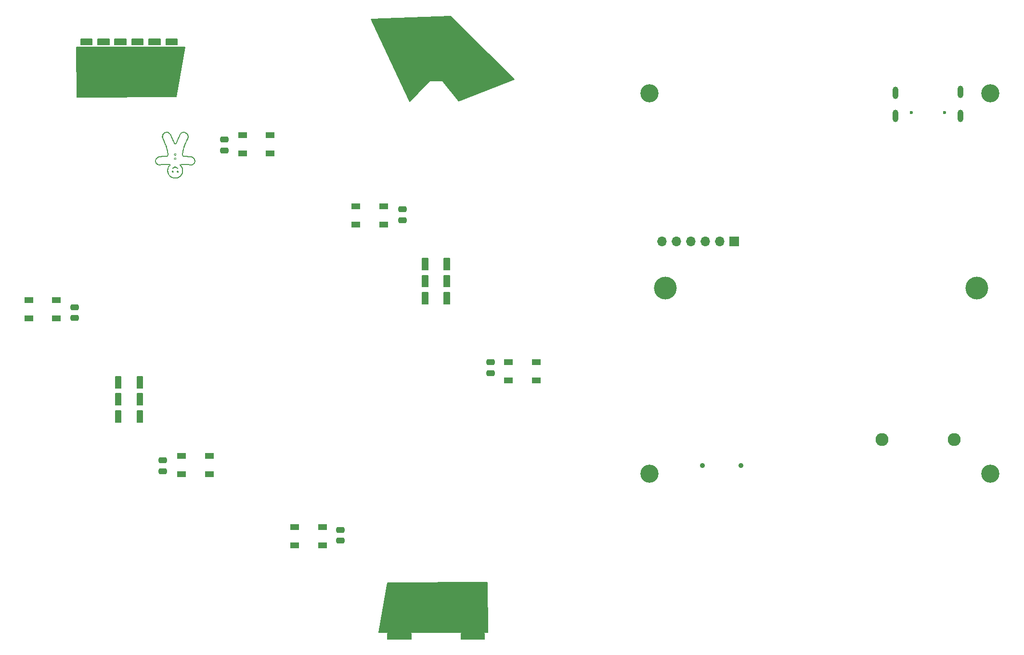
<source format=gbs>
%MOIN*%
%OFA0B0*%
%FSLAX46Y46*%
%IPPOS*%
%LPD*%
%AMRoundRect0*
4,1,4,
-0.078740157480314946,-0.11811023622047247,
-0.15748031496062992,-0.19685039370078744,
-0.23622047244094485,-0.27559055118110243,
-0.31496062992125984,-0.35433070866141742,
-0.078740157480314946,-0.11811023622047247,
0*
1,1,$1,$2,$3*
1,1,$1,$2,$3*
1,1,$1,$2,$3*
1,1,$1,$2,$3*
20,1,$1,$2,$3,$4,$5,-180*
20,1,$1,$2,$3,$4,$5,-180*
20,1,$1,$2,$3,$4,$5,-180*
20,1,$1,$2,$3,$4,$5,-180*%
%AMREC510*
4,1,3,
0.029527559055118106,0.019685039370078747,
-0.029527559055118117,0.019685039370078736,
-0.029527559055118106,-0.019685039370078747,
0.029527559055118117,-0.019685039370078736,
0*%
%AMCOMP520*
4,1,3,
0.018700787401574805,-0.0098425196850393682,
0.0187007874015748,0.0098425196850393734,
-0.018700787401574805,0.0098425196850393682,
-0.0187007874015748,-0.0098425196850393734,
0*
4,1,19,
0.018700787401574805,-0.01968503937007874,
0.015659281551427685,-0.019203312168259386,
0.012915499485310306,-0.017805285377706176,
0.010738021708907999,-0.015627807601303868,
0.0093399949183547888,-0.012884025535186489,
0.0088582677165354329,-0.00984251968503937,
0.0093399949183547871,-0.00680101383489225,
0.010738021708907997,-0.0040572317687748707,
0.012915499485310301,-0.001879753992372564,
0.015659281551427682,-0.0004817272018193531,
0.0187007874015748,0.0000000000000000022901103073449965,
0.021742293251721927,-0.00048172720181935234,
0.0244860753178393,-0.0018797539923725605,
0.026663553094241611,-0.0040572317687748664,
0.02806157988479482,-0.0068010138348922455,
0.028543307086614175,-0.0098425196850393647,
0.02806157988479482,-0.012884025535186484,
0.026663553094241611,-0.015627807601303865,
0.024486075317839306,-0.017805285377706176,
0.021742293251721927,-0.019203312168259386,
0*
4,1,19,
0.018700787401574805,0.0000000000000000022901103073449965,
0.015659281551427682,0.00048172720181935695,
0.012915499485310303,0.0018797539923725661,
0.010738021708907997,0.0040572317687748724,
0.0093399949183547871,0.0068010138348922507,
0.0088582677165354312,0.00984251968503937,
0.0093399949183547853,0.012884025535186494,
0.010738021708907995,0.015627807601303872,
0.0129154994853103,0.017805285377706179,
0.015659281551427682,0.019203312168259389,
0.018700787401574798,0.019685039370078747,
0.021742293251721924,0.019203312168259389,
0.0244860753178393,0.017805285377706179,
0.026663553094241611,0.015627807601303875,
0.02806157988479482,0.012884025535186496,
0.028543307086614175,0.0098425196850393769,
0.02806157988479482,0.006801013834892255,
0.026663553094241611,0.0040572317687748768,
0.024486075317839306,0.0018797539923725687,
0.021742293251721924,0.00048172720181935771,
0*
4,1,19,
-0.018700787401574805,-0.0000000000000000022901103073449965,
-0.021742293251721924,0.00048172720181935234,
-0.0244860753178393,0.0018797539923725616,
-0.026663553094241611,0.0040572317687748672,
-0.02806157988479482,0.0068010138348922463,
-0.028543307086614175,0.0098425196850393665,
-0.02806157988479482,0.012884025535186487,
-0.026663553094241611,0.015627807601303865,
-0.024486075317839306,0.017805285377706176,
-0.021742293251721927,0.019203312168259386,
-0.018700787401574808,0.01968503937007874,
-0.015659281551427682,0.019203312168259386,
-0.012915499485310308,0.017805285377706176,
-0.010738021708907999,0.015627807601303872,
-0.0093399949183547888,0.012884025535186489,
-0.0088582677165354329,0.0098425196850393734,
-0.0093399949183547871,0.0068010138348922507,
-0.010738021708907997,0.0040572317687748724,
-0.012915499485310301,0.001879753992372564,
-0.015659281551427682,0.0004817272018193531,
0*
4,1,19,
-0.0187007874015748,-0.019685039370078747,
-0.02174229325172192,-0.019203312168259389,
-0.0244860753178393,-0.017805285377706179,
-0.026663553094241611,-0.015627807601303872,
-0.02806157988479482,-0.012884025535186496,
-0.028543307086614175,-0.0098425196850393751,
-0.02806157988479482,-0.0068010138348922541,
-0.026663553094241611,-0.004057231768774875,
-0.024486075317839306,-0.0018797539923725687,
-0.021742293251721924,-0.00048172720181935771,
-0.018700787401574805,-0.0000000000000000022901103073449973,
-0.015659281551427682,-0.00048172720181935695,
-0.012915499485310306,-0.001879753992372565,
-0.010738021708907997,-0.0040572317687748707,
-0.0093399949183547871,-0.00680101383489225,
-0.0088582677165354312,-0.00984251968503937,
-0.0093399949183547853,-0.012884025535186491,
-0.010738021708907995,-0.015627807601303872,
-0.0129154994853103,-0.017805285377706179,
-0.015659281551427678,-0.019203312168259389,
0*
4,1,3,
0.028543307086614175,-0.0098425196850393682,
0.0088582677165354329,-0.0098425196850393682,
0.0088582677165354312,0.00984251968503937,
0.028543307086614175,0.0098425196850393734,
0*
4,1,3,
0.0187007874015748,0.019685039370078747,
0.018700787401574805,0.0000000000000000022901103073449965,
-0.018700787401574805,-0.0000000000000000022901103073449965,
-0.018700787401574805,0.01968503937007874,
0*
4,1,3,
-0.028543307086614175,0.0098425196850393682,
-0.0088582677165354329,0.0098425196850393682,
-0.0088582677165354312,-0.00984251968503937,
-0.028543307086614175,-0.0098425196850393734,
0*
4,1,3,
-0.0187007874015748,-0.019685039370078747,
-0.018700787401574805,-0.0000000000000000022901103073449965,
0.018700787401574805,0.0000000000000000022901103073449965,
0.018700787401574805,-0.01968503937007874,
0*%
%AMRoundRect1*
4,1,4,
0.07874015748031496,0.11811023622047245,
0.15748031496062992,0.19685039370078741,
0.23622047244094491,0.27559055118110237,
0.31496062992125984,0.35433070866141736,
0.07874015748031496,0.11811023622047245,
0*
1,1,$1,$2,$3*
1,1,$1,$2,$3*
1,1,$1,$2,$3*
1,1,$1,$2,$3*
20,1,$1,$2,$3,$4,$5,0*
20,1,$1,$2,$3,$4,$5,0*
20,1,$1,$2,$3,$4,$5,0*
20,1,$1,$2,$3,$4,$5,0*%
%AMCOMP620*
4,1,3,
-0.018700787401574805,0.00984251968503937,
-0.018700787401574805,-0.00984251968503937,
0.018700787401574805,-0.00984251968503937,
0.018700787401574805,0.00984251968503937,
0*
4,1,19,
-0.018700787401574805,0.01968503937007874,
-0.015659281551427682,0.019203312168259386,
-0.012915499485310303,0.017805285377706176,
-0.010738021708907997,0.015627807601303872,
-0.0093399949183547871,0.012884025535186491,
-0.0088582677165354329,0.00984251968503937,
-0.0093399949183547871,0.0068010138348922507,
-0.010738021708907997,0.0040572317687748724,
-0.012915499485310301,0.0018797539923725657,
-0.015659281551427682,0.00048172720181935506,
-0.0187007874015748,0,
-0.021742293251721927,0.00048172720181935506,
-0.0244860753178393,0.0018797539923725635,
-0.026663553094241611,0.00405723176877487,
-0.02806157988479482,0.0068010138348922489,
-0.028543307086614175,0.0098425196850393682,
-0.02806157988479482,0.012884025535186489,
-0.026663553094241611,0.015627807601303868,
-0.024486075317839306,0.017805285377706176,
-0.021742293251721924,0.019203312168259386,
0*
4,1,19,
-0.018700787401574805,0,
-0.015659281551427682,-0.00048172720181935506,
-0.012915499485310303,-0.0018797539923725646,
-0.010738021708907997,-0.0040572317687748707,
-0.0093399949183547871,-0.00680101383489225,
-0.0088582677165354329,-0.00984251968503937,
-0.0093399949183547871,-0.012884025535186491,
-0.010738021708907997,-0.015627807601303868,
-0.012915499485310301,-0.017805285377706176,
-0.015659281551427682,-0.019203312168259386,
-0.0187007874015748,-0.01968503937007874,
-0.021742293251721927,-0.019203312168259386,
-0.0244860753178393,-0.017805285377706176,
-0.026663553094241611,-0.015627807601303872,
-0.02806157988479482,-0.012884025535186491,
-0.028543307086614175,-0.0098425196850393734,
-0.02806157988479482,-0.0068010138348922524,
-0.026663553094241611,-0.0040572317687748733,
-0.024486075317839306,-0.0018797539923725657,
-0.021742293251721924,-0.00048172720181935506,
0*
4,1,19,
0.018700787401574805,0,
0.021742293251721924,-0.00048172720181935506,
0.0244860753178393,-0.0018797539923725646,
0.026663553094241611,-0.0040572317687748707,
0.02806157988479482,-0.00680101383489225,
0.028543307086614175,-0.00984251968503937,
0.02806157988479482,-0.012884025535186491,
0.026663553094241611,-0.015627807601303868,
0.024486075317839306,-0.017805285377706176,
0.021742293251721924,-0.019203312168259386,
0.018700787401574805,-0.01968503937007874,
0.015659281551427682,-0.019203312168259386,
0.012915499485310306,-0.017805285377706176,
0.010738021708907997,-0.015627807601303872,
0.0093399949183547871,-0.012884025535186491,
0.0088582677165354329,-0.0098425196850393734,
0.0093399949183547871,-0.0068010138348922524,
0.010738021708907997,-0.0040572317687748733,
0.012915499485310301,-0.0018797539923725657,
0.015659281551427682,-0.00048172720181935506,
0*
4,1,19,
0.018700787401574805,0.01968503937007874,
0.021742293251721924,0.019203312168259386,
0.0244860753178393,0.017805285377706176,
0.026663553094241611,0.015627807601303872,
0.02806157988479482,0.012884025535186491,
0.028543307086614175,0.00984251968503937,
0.02806157988479482,0.0068010138348922507,
0.026663553094241611,0.0040572317687748724,
0.024486075317839306,0.0018797539923725657,
0.021742293251721924,0.00048172720181935506,
0.018700787401574805,0,
0.015659281551427682,0.00048172720181935506,
0.012915499485310306,0.0018797539923725635,
0.010738021708907997,0.00405723176877487,
0.0093399949183547871,0.0068010138348922489,
0.0088582677165354329,0.0098425196850393682,
0.0093399949183547871,0.012884025535186489,
0.010738021708907997,0.015627807601303868,
0.012915499485310301,0.017805285377706176,
0.015659281551427682,0.019203312168259386,
0*
4,1,3,
-0.028543307086614175,0.00984251968503937,
-0.0088582677165354329,0.00984251968503937,
-0.0088582677165354329,-0.00984251968503937,
-0.028543307086614175,-0.00984251968503937,
0*
4,1,3,
-0.018700787401574805,-0.01968503937007874,
-0.018700787401574805,0,
0.018700787401574805,0,
0.018700787401574805,-0.01968503937007874,
0*
4,1,3,
0.028543307086614175,-0.00984251968503937,
0.0088582677165354329,-0.00984251968503937,
0.0088582677165354329,0.00984251968503937,
0.028543307086614175,0.00984251968503937,
0*
4,1,3,
0.018700787401574805,0.01968503937007874,
0.018700787401574805,0,
-0.018700787401574805,0,
-0.018700787401574805,0.01968503937007874,
0*%
%ADD10C,0.12598425196850396*%
%ADD11C,0.035433070866141732*%
%ADD12C,0.023622047244094488*%
%ADD13O,0.03937007874015748X0.086614173228346469*%
%ADD14R,0.066929133858267723X0.066929133858267723*%
%ADD15O,0.066929133858267723X0.066929133858267723*%
%ADD16C,0.090000000000000011*%
%ADD17C,0.15748031496062992*%
%ADD28C,0.005905511811023622*%
%AMCOMP69*
4,1,3,
0.029527559055118106,0.019685039370078747,
-0.029527559055118117,0.019685039370078736,
-0.029527559055118106,-0.019685039370078747,
0.029527559055118117,-0.019685039370078736,
0*%
%ADD29COMP69*%
%AMCOMP70*
4,1,3,
0.018700787401574805,-0.0098425196850393682,
0.0187007874015748,0.0098425196850393734,
-0.018700787401574805,0.0098425196850393682,
-0.0187007874015748,-0.0098425196850393734,
0*
4,1,19,
0.018700787401574805,-0.01968503937007874,
0.015659281551427685,-0.019203312168259386,
0.012915499485310306,-0.017805285377706176,
0.010738021708907999,-0.015627807601303868,
0.0093399949183547888,-0.012884025535186489,
0.0088582677165354329,-0.00984251968503937,
0.0093399949183547871,-0.00680101383489225,
0.010738021708907997,-0.0040572317687748707,
0.012915499485310301,-0.001879753992372564,
0.015659281551427682,-0.0004817272018193531,
0.0187007874015748,0.0000000000000000022901103073449965,
0.021742293251721927,-0.00048172720181935234,
0.0244860753178393,-0.0018797539923725605,
0.026663553094241611,-0.0040572317687748664,
0.02806157988479482,-0.0068010138348922455,
0.028543307086614175,-0.0098425196850393647,
0.02806157988479482,-0.012884025535186484,
0.026663553094241611,-0.015627807601303865,
0.024486075317839306,-0.017805285377706176,
0.021742293251721927,-0.019203312168259386,
0*
4,1,19,
0.018700787401574805,0.0000000000000000022901103073449965,
0.015659281551427682,0.00048172720181935695,
0.012915499485310303,0.0018797539923725661,
0.010738021708907997,0.0040572317687748724,
0.0093399949183547871,0.0068010138348922507,
0.0088582677165354312,0.00984251968503937,
0.0093399949183547853,0.012884025535186494,
0.010738021708907995,0.015627807601303872,
0.0129154994853103,0.017805285377706179,
0.015659281551427682,0.019203312168259389,
0.018700787401574798,0.019685039370078747,
0.021742293251721924,0.019203312168259389,
0.0244860753178393,0.017805285377706179,
0.026663553094241611,0.015627807601303875,
0.02806157988479482,0.012884025535186496,
0.028543307086614175,0.0098425196850393769,
0.02806157988479482,0.006801013834892255,
0.026663553094241611,0.0040572317687748768,
0.024486075317839306,0.0018797539923725687,
0.021742293251721924,0.00048172720181935771,
0*
4,1,19,
-0.018700787401574805,-0.0000000000000000022901103073449965,
-0.021742293251721924,0.00048172720181935234,
-0.0244860753178393,0.0018797539923725616,
-0.026663553094241611,0.0040572317687748672,
-0.02806157988479482,0.0068010138348922463,
-0.028543307086614175,0.0098425196850393665,
-0.02806157988479482,0.012884025535186487,
-0.026663553094241611,0.015627807601303865,
-0.024486075317839306,0.017805285377706176,
-0.021742293251721927,0.019203312168259386,
-0.018700787401574808,0.01968503937007874,
-0.015659281551427682,0.019203312168259386,
-0.012915499485310308,0.017805285377706176,
-0.010738021708907999,0.015627807601303872,
-0.0093399949183547888,0.012884025535186489,
-0.0088582677165354329,0.0098425196850393734,
-0.0093399949183547871,0.0068010138348922507,
-0.010738021708907997,0.0040572317687748724,
-0.012915499485310301,0.001879753992372564,
-0.015659281551427682,0.0004817272018193531,
0*
4,1,19,
-0.0187007874015748,-0.019685039370078747,
-0.02174229325172192,-0.019203312168259389,
-0.0244860753178393,-0.017805285377706179,
-0.026663553094241611,-0.015627807601303872,
-0.02806157988479482,-0.012884025535186496,
-0.028543307086614175,-0.0098425196850393751,
-0.02806157988479482,-0.0068010138348922541,
-0.026663553094241611,-0.004057231768774875,
-0.024486075317839306,-0.0018797539923725687,
-0.021742293251721924,-0.00048172720181935771,
-0.018700787401574805,-0.0000000000000000022901103073449973,
-0.015659281551427682,-0.00048172720181935695,
-0.012915499485310306,-0.001879753992372565,
-0.010738021708907997,-0.0040572317687748707,
-0.0093399949183547871,-0.00680101383489225,
-0.0088582677165354312,-0.00984251968503937,
-0.0093399949183547853,-0.012884025535186491,
-0.010738021708907995,-0.015627807601303872,
-0.0129154994853103,-0.017805285377706179,
-0.015659281551427678,-0.019203312168259389,
0*
4,1,3,
0.028543307086614175,-0.0098425196850393682,
0.0088582677165354329,-0.0098425196850393682,
0.0088582677165354312,0.00984251968503937,
0.028543307086614175,0.0098425196850393734,
0*
4,1,3,
0.0187007874015748,0.019685039370078747,
0.018700787401574805,0.0000000000000000022901103073449965,
-0.018700787401574805,-0.0000000000000000022901103073449965,
-0.018700787401574805,0.01968503937007874,
0*
4,1,3,
-0.028543307086614175,0.0098425196850393682,
-0.0088582677165354329,0.0098425196850393682,
-0.0088582677165354312,-0.00984251968503937,
-0.028543307086614175,-0.0098425196850393734,
0*
4,1,3,
-0.0187007874015748,-0.019685039370078747,
-0.018700787401574805,-0.0000000000000000022901103073449965,
0.018700787401574805,0.0000000000000000022901103073449965,
0.018700787401574805,-0.01968503937007874,
0*%
%ADD30COMP70,0.25X-0.475X0.25X-0.475X-0.25X0.475X-0.25X0.475X0.25X0*%
%ADD31C,0.005905511811023622*%
%ADD32R,0.059055118110236227X0.03937007874015748*%
%AMCOMP77*
4,1,3,
-0.018700787401574805,0.00984251968503937,
-0.018700787401574805,-0.00984251968503937,
0.018700787401574805,-0.00984251968503937,
0.018700787401574805,0.00984251968503937,
0*
4,1,19,
-0.018700787401574805,0.01968503937007874,
-0.015659281551427682,0.019203312168259386,
-0.012915499485310303,0.017805285377706176,
-0.010738021708907997,0.015627807601303872,
-0.0093399949183547871,0.012884025535186491,
-0.0088582677165354329,0.00984251968503937,
-0.0093399949183547871,0.0068010138348922507,
-0.010738021708907997,0.0040572317687748724,
-0.012915499485310301,0.0018797539923725657,
-0.015659281551427682,0.00048172720181935506,
-0.0187007874015748,0,
-0.021742293251721927,0.00048172720181935506,
-0.0244860753178393,0.0018797539923725635,
-0.026663553094241611,0.00405723176877487,
-0.02806157988479482,0.0068010138348922489,
-0.028543307086614175,0.0098425196850393682,
-0.02806157988479482,0.012884025535186489,
-0.026663553094241611,0.015627807601303868,
-0.024486075317839306,0.017805285377706176,
-0.021742293251721924,0.019203312168259386,
0*
4,1,19,
-0.018700787401574805,0,
-0.015659281551427682,-0.00048172720181935506,
-0.012915499485310303,-0.0018797539923725646,
-0.010738021708907997,-0.0040572317687748707,
-0.0093399949183547871,-0.00680101383489225,
-0.0088582677165354329,-0.00984251968503937,
-0.0093399949183547871,-0.012884025535186491,
-0.010738021708907997,-0.015627807601303868,
-0.012915499485310301,-0.017805285377706176,
-0.015659281551427682,-0.019203312168259386,
-0.0187007874015748,-0.01968503937007874,
-0.021742293251721927,-0.019203312168259386,
-0.0244860753178393,-0.017805285377706176,
-0.026663553094241611,-0.015627807601303872,
-0.02806157988479482,-0.012884025535186491,
-0.028543307086614175,-0.0098425196850393734,
-0.02806157988479482,-0.0068010138348922524,
-0.026663553094241611,-0.0040572317687748733,
-0.024486075317839306,-0.0018797539923725657,
-0.021742293251721924,-0.00048172720181935506,
0*
4,1,19,
0.018700787401574805,0,
0.021742293251721924,-0.00048172720181935506,
0.0244860753178393,-0.0018797539923725646,
0.026663553094241611,-0.0040572317687748707,
0.02806157988479482,-0.00680101383489225,
0.028543307086614175,-0.00984251968503937,
0.02806157988479482,-0.012884025535186491,
0.026663553094241611,-0.015627807601303868,
0.024486075317839306,-0.017805285377706176,
0.021742293251721924,-0.019203312168259386,
0.018700787401574805,-0.01968503937007874,
0.015659281551427682,-0.019203312168259386,
0.012915499485310306,-0.017805285377706176,
0.010738021708907997,-0.015627807601303872,
0.0093399949183547871,-0.012884025535186491,
0.0088582677165354329,-0.0098425196850393734,
0.0093399949183547871,-0.0068010138348922524,
0.010738021708907997,-0.0040572317687748733,
0.012915499485310301,-0.0018797539923725657,
0.015659281551427682,-0.00048172720181935506,
0*
4,1,19,
0.018700787401574805,0.01968503937007874,
0.021742293251721924,0.019203312168259386,
0.0244860753178393,0.017805285377706176,
0.026663553094241611,0.015627807601303872,
0.02806157988479482,0.012884025535186491,
0.028543307086614175,0.00984251968503937,
0.02806157988479482,0.0068010138348922507,
0.026663553094241611,0.0040572317687748724,
0.024486075317839306,0.0018797539923725657,
0.021742293251721924,0.00048172720181935506,
0.018700787401574805,0,
0.015659281551427682,0.00048172720181935506,
0.012915499485310306,0.0018797539923725635,
0.010738021708907997,0.00405723176877487,
0.0093399949183547871,0.0068010138348922489,
0.0088582677165354329,0.0098425196850393682,
0.0093399949183547871,0.012884025535186489,
0.010738021708907997,0.015627807601303868,
0.012915499485310301,0.017805285377706176,
0.015659281551427682,0.019203312168259386,
0*
4,1,3,
-0.028543307086614175,0.00984251968503937,
-0.0088582677165354329,0.00984251968503937,
-0.0088582677165354329,-0.00984251968503937,
-0.028543307086614175,-0.00984251968503937,
0*
4,1,3,
-0.018700787401574805,-0.01968503937007874,
-0.018700787401574805,0,
0.018700787401574805,0,
0.018700787401574805,-0.01968503937007874,
0*
4,1,3,
0.028543307086614175,-0.00984251968503937,
0.0088582677165354329,-0.00984251968503937,
0.0088582677165354329,0.00984251968503937,
0.028543307086614175,0.00984251968503937,
0*
4,1,3,
0.018700787401574805,0.01968503937007874,
0.018700787401574805,0,
-0.018700787401574805,0,
-0.018700787401574805,0.01968503937007874,
0*%
%ADD33COMP77,0.25X-0.475X0.25X-0.475X-0.25X0.475X-0.25X0.475X0.25X0*%
G01*
D10*
X0002874015Y-0002637795D02*
X0007795275Y0004251968D03*
D11*
X0005799212Y0001669291D03*
X0006066929Y0001669291D03*
D10*
X0005433070Y0004251968D03*
D12*
X0007248425Y0004116141D03*
X0007475984Y0004116141D03*
D13*
X0007136811Y0004253228D03*
X0007137204Y0004093082D03*
X0007587888Y0004093082D03*
X0007587204Y0004261417D03*
D10*
X0005433070Y0001614173D03*
D14*
X0006019685Y0003224409D03*
D15*
X0005919685Y0003224409D03*
X0005819685Y0003224409D03*
X0005719685Y0003224409D03*
X0005619685Y0003224409D03*
X0005519685Y0003224409D03*
D10*
X0007795275Y0001614173D03*
D16*
X0007042519Y0001851968D03*
X0007542519Y0001851968D03*
D17*
X0005542519Y0002901968D03*
X0007700000Y0002901968D03*
G04 next file*
G04 Gerber Fmt 4.6, Leading zero omitted, Abs format (unit mm)*
G04 Created by KiCad (PCBNEW (6.0.7)) date 2022-11-21 20:09:17*
G01*
G04 APERTURE LIST*
G04 Aperture macros list*
G04 Aperture macros list end*
G04 APERTURE END LIST*
D28*
G36*
X0001736220Y0002287401D02*
G01*
X0001775590Y0002287401D01*
X0001775590Y0002208661D01*
X0001736220Y0002208661D01*
X0001736220Y0002287401D01*
G37*
X0001736220Y0002287401D02*
X0001775590Y0002287401D01*
X0001775590Y0002208661D01*
X0001736220Y0002208661D01*
X0001736220Y0002287401D01*
G36*
X0001732283Y0004625984D02*
G01*
X0001811023Y0004625984D01*
X0001811023Y0004586614D01*
X0001732283Y0004586614D01*
X0001732283Y0004625984D01*
G37*
X0001732283Y0004625984D02*
X0001811023Y0004625984D01*
X0001811023Y0004586614D01*
X0001732283Y0004586614D01*
X0001732283Y0004625984D01*
G36*
X0001496062Y0004625984D02*
G01*
X0001574803Y0004625984D01*
X0001574803Y0004586614D01*
X0001496062Y0004586614D01*
X0001496062Y0004625984D01*
G37*
X0001496062Y0004625984D02*
X0001574803Y0004625984D01*
X0001574803Y0004586614D01*
X0001496062Y0004586614D01*
X0001496062Y0004625984D01*
G36*
X0001736220Y0002051181D02*
G01*
X0001775590Y0002051181D01*
X0001775590Y0001972440D01*
X0001736220Y0001972440D01*
X0001736220Y0002051181D01*
G37*
X0001736220Y0002051181D02*
X0001775590Y0002051181D01*
X0001775590Y0001972440D01*
X0001736220Y0001972440D01*
X0001736220Y0002051181D01*
G36*
X0001736220Y0002169291D02*
G01*
X0001775590Y0002169291D01*
X0001775590Y0002090551D01*
X0001736220Y0002090551D01*
X0001736220Y0002169291D01*
G37*
X0001736220Y0002169291D02*
X0001775590Y0002169291D01*
X0001775590Y0002090551D01*
X0001736220Y0002090551D01*
X0001736220Y0002169291D01*
G36*
X0001885826Y0002169291D02*
G01*
X0001925196Y0002169291D01*
X0001925196Y0002090551D01*
X0001885826Y0002090551D01*
X0001885826Y0002169291D01*
G37*
X0001885826Y0002169291D02*
X0001925196Y0002169291D01*
X0001925196Y0002090551D01*
X0001885826Y0002090551D01*
X0001885826Y0002169291D01*
G36*
X0001850393Y0004625984D02*
G01*
X0001929133Y0004625984D01*
X0001929133Y0004586614D01*
X0001850393Y0004586614D01*
X0001850393Y0004625984D01*
G37*
X0001850393Y0004625984D02*
X0001929133Y0004625984D01*
X0001929133Y0004586614D01*
X0001850393Y0004586614D01*
X0001850393Y0004625984D01*
G36*
X0001465931Y0004570507D02*
G01*
X0002218041Y0004570462D01*
X0002158986Y0004227942D01*
X0001470049Y0004224402D01*
X0001465931Y0004570507D01*
G37*
X0001465931Y0004570507D02*
X0002218041Y0004570462D01*
X0002158986Y0004227942D01*
X0001470049Y0004224402D01*
X0001465931Y0004570507D01*
G36*
X0002086614Y0004625984D02*
G01*
X0002165354Y0004625984D01*
X0002165354Y0004586614D01*
X0002086614Y0004586614D01*
X0002086614Y0004625984D01*
G37*
X0002086614Y0004625984D02*
X0002165354Y0004625984D01*
X0002165354Y0004586614D01*
X0002086614Y0004586614D01*
X0002086614Y0004625984D01*
G36*
X0001885826Y0002051181D02*
G01*
X0001925196Y0002051181D01*
X0001925196Y0001972440D01*
X0001885826Y0001972440D01*
X0001885826Y0002051181D01*
G37*
X0001885826Y0002051181D02*
X0001925196Y0002051181D01*
X0001925196Y0001972440D01*
X0001885826Y0001972440D01*
X0001885826Y0002051181D01*
G36*
X0001968503Y0004625984D02*
G01*
X0002047244Y0004625984D01*
X0002047244Y0004586614D01*
X0001968503Y0004586614D01*
X0001968503Y0004625984D01*
G37*
X0001968503Y0004625984D02*
X0002047244Y0004625984D01*
X0002047244Y0004586614D01*
X0001968503Y0004586614D01*
X0001968503Y0004625984D01*
G36*
X0001885826Y0002287401D02*
G01*
X0001925196Y0002287401D01*
X0001925196Y0002208661D01*
X0001885826Y0002208661D01*
X0001885826Y0002287401D01*
G37*
X0001885826Y0002287401D02*
X0001925196Y0002287401D01*
X0001925196Y0002208661D01*
X0001885826Y0002208661D01*
X0001885826Y0002287401D01*
G36*
X0001614173Y0004625984D02*
G01*
X0001692913Y0004625984D01*
X0001692913Y0004586614D01*
X0001614173Y0004586614D01*
X0001614173Y0004625984D01*
G37*
X0001614173Y0004625984D02*
X0001692913Y0004625984D01*
X0001692913Y0004586614D01*
X0001614173Y0004586614D01*
X0001614173Y0004625984D01*
G36*
X0002130976Y0003701749D02*
G01*
X0002129366Y0003702426D01*
X0002129231Y0003702520D01*
X0002127630Y0003703939D01*
X0002126685Y0003705562D01*
X0002126269Y0003707596D01*
X0002126246Y0003708043D01*
X0002126540Y0003710211D01*
X0002127447Y0003712119D01*
X0002128869Y0003713614D01*
X0002130708Y0003714541D01*
X0002131958Y0003714826D01*
X0002133673Y0003714808D01*
X0002135478Y0003714207D01*
X0002136663Y0003713519D01*
X0002138145Y0003712038D01*
X0002139078Y0003710233D01*
X0002139442Y0003708259D01*
X0002139218Y0003706269D01*
X0002138385Y0003704419D01*
X0002136925Y0003702863D01*
X0002136628Y0003702653D01*
X0002134882Y0003701879D01*
X0002132906Y0003701572D01*
X0002130976Y0003701749D01*
G37*
G36*
X0002143572Y0003831468D02*
G01*
X0002145112Y0003833329D01*
X0002147244Y0003834815D01*
X0002147261Y0003834823D01*
X0002148605Y0003835233D01*
X0002150346Y0003835409D01*
X0002152134Y0003835340D01*
X0002153616Y0003835015D01*
X0002153904Y0003834886D01*
X0002154978Y0003834218D01*
X0002156052Y0003833341D01*
X0002157323Y0003831860D01*
X0002158408Y0003829678D01*
X0002158726Y0003827869D01*
X0002153788Y0003827869D01*
X0002153273Y0003829157D01*
X0002152179Y0003830110D01*
X0002151136Y0003830563D01*
X0002150191Y0003830636D01*
X0002149212Y0003830233D01*
X0002148690Y0003829890D01*
X0002147755Y0003828771D01*
X0002147453Y0003827245D01*
X0002147461Y0003826975D01*
X0002147884Y0003825594D01*
X0002148812Y0003824611D01*
X0002150053Y0003824111D01*
X0002151417Y0003824180D01*
X0002152712Y0003824901D01*
X0002152987Y0003825178D01*
X0002153700Y0003826469D01*
X0002153788Y0003827869D01*
X0002158726Y0003827869D01*
X0002158815Y0003827365D01*
X0002158545Y0003825055D01*
X0002157599Y0003822883D01*
X0002155978Y0003820982D01*
X0002155811Y0003820840D01*
X0002153704Y0003819546D01*
X0002151426Y0003818971D01*
X0002149102Y0003819110D01*
X0002146856Y0003819958D01*
X0002144812Y0003821507D01*
X0002143783Y0003822736D01*
X0002142730Y0003824864D01*
X0002142358Y0003827112D01*
X0002142375Y0003827245D01*
X0002142646Y0003829354D01*
X0002143572Y0003831468D01*
G37*
G36*
X0002166678Y0003700914D02*
G01*
X0002164621Y0003701718D01*
X0002164019Y0003702116D01*
X0002162507Y0003703666D01*
X0002161562Y0003705568D01*
X0002161251Y0003707645D01*
X0002161639Y0003709718D01*
X0002161640Y0003709722D01*
X0002162524Y0003711237D01*
X0002163863Y0003712640D01*
X0002165354Y0003713615D01*
X0002166002Y0003713862D01*
X0002168044Y0003714145D01*
X0002170027Y0003713772D01*
X0002171813Y0003712834D01*
X0002173263Y0003711422D01*
X0002174238Y0003709626D01*
X0002174599Y0003707539D01*
X0002174424Y0003705924D01*
X0002173641Y0003703967D01*
X0002172346Y0003702414D01*
X0002170669Y0003701337D01*
X0002168736Y0003700812D01*
X0002166678Y0003700914D01*
G37*
G36*
X0002011506Y0003786569D02*
G01*
X0002012597Y0003791196D01*
X0002014366Y0003795612D01*
X0002016759Y0003799749D01*
X0002019720Y0003803536D01*
X0002023194Y0003806903D01*
X0002027126Y0003809782D01*
X0002031461Y0003812102D01*
X0002036143Y0003813794D01*
X0002036401Y0003813865D01*
X0002037001Y0003814013D01*
X0002037682Y0003814154D01*
X0002038495Y0003814291D01*
X0002039490Y0003814430D01*
X0002040717Y0003814574D01*
X0002042226Y0003814729D01*
X0002044068Y0003814897D01*
X0002046294Y0003815083D01*
X0002048952Y0003815293D01*
X0002052095Y0003815529D01*
X0002055771Y0003815797D01*
X0002060032Y0003816100D01*
X0002064927Y0003816443D01*
X0002070508Y0003816830D01*
X0002076824Y0003817265D01*
X0002078960Y0003817412D01*
X0002082714Y0003817675D01*
X0002085793Y0003817906D01*
X0002088271Y0003818119D01*
X0002090223Y0003818330D01*
X0002091722Y0003818552D01*
X0002092843Y0003818802D01*
X0002093660Y0003819092D01*
X0002094246Y0003819440D01*
X0002094677Y0003819858D01*
X0002095025Y0003820363D01*
X0002095365Y0003820968D01*
X0002095448Y0003821127D01*
X0002095676Y0003821709D01*
X0002095840Y0003822469D01*
X0002095949Y0003823528D01*
X0002096014Y0003825009D01*
X0002096043Y0003827034D01*
X0002096047Y0003829724D01*
X0002096019Y0003831949D01*
X0002095850Y0003835745D01*
X0002095511Y0003839517D01*
X0002094980Y0003843390D01*
X0002094235Y0003847489D01*
X0002093256Y0003851940D01*
X0002092021Y0003856869D01*
X0002090509Y0003862401D01*
X0002089330Y0003866415D01*
X0002087887Y0003871033D01*
X0002086249Y0003876042D01*
X0002084451Y0003881348D01*
X0002082528Y0003886855D01*
X0002080517Y0003892467D01*
X0002078452Y0003898089D01*
X0002076369Y0003903626D01*
X0002074303Y0003908983D01*
X0002072290Y0003914063D01*
X0002070366Y0003918772D01*
X0002068565Y0003923015D01*
X0002066924Y0003926695D01*
X0002065478Y0003929717D01*
X0002064266Y0003932167D01*
X0002062550Y0003935847D01*
X0002061212Y0003939065D01*
X0002060219Y0003941947D01*
X0002059534Y0003944613D01*
X0002059123Y0003947189D01*
X0002058951Y0003949796D01*
X0002058982Y0003952559D01*
X0002059281Y0003956278D01*
X0002059899Y0003959635D01*
X0002060903Y0003962803D01*
X0002062365Y0003966068D01*
X0002064597Y0003969889D01*
X0002067725Y0003973851D01*
X0002071376Y0003977243D01*
X0002075506Y0003980031D01*
X0002080074Y0003982183D01*
X0002085039Y0003983666D01*
X0002086524Y0003983933D01*
X0002089776Y0003984214D01*
X0002093295Y0003984196D01*
X0002096783Y0003983886D01*
X0002099939Y0003983292D01*
X0002102408Y0003982558D01*
X0002106850Y0003980673D01*
X0002110984Y0003978186D01*
X0002114703Y0003975177D01*
X0002117900Y0003971726D01*
X0002120469Y0003967913D01*
X0002120584Y0003967694D01*
X0002121073Y0003966685D01*
X0002121840Y0003965039D01*
X0002122861Y0003962816D01*
X0002124108Y0003960074D01*
X0002125554Y0003956874D01*
X0002127172Y0003953273D01*
X0002128937Y0003949331D01*
X0002130821Y0003945107D01*
X0002132797Y0003940661D01*
X0002134840Y0003936052D01*
X0002135772Y0003933944D01*
X0002137769Y0003929436D01*
X0002139675Y0003925137D01*
X0002141467Y0003921101D01*
X0002143119Y0003917387D01*
X0002144604Y0003914052D01*
X0002145899Y0003911152D01*
X0002146977Y0003908745D01*
X0002147813Y0003906887D01*
X0002148381Y0003905636D01*
X0002148657Y0003905048D01*
X0002149214Y0003904115D01*
X0002149828Y0003903652D01*
X0002150734Y0003903543D01*
X0002151790Y0003903720D01*
X0002152647Y0003904232D01*
X0002152782Y0003904466D01*
X0002153235Y0003905378D01*
X0002153967Y0003906920D01*
X0002154954Y0003909037D01*
X0002156171Y0003911675D01*
X0002157594Y0003914780D01*
X0002159197Y0003918299D01*
X0002160957Y0003922178D01*
X0002162848Y0003926362D01*
X0002164846Y0003930798D01*
X0002166927Y0003935433D01*
X0002168218Y0003938310D01*
X0002170283Y0003942898D01*
X0002172266Y0003947286D01*
X0002174141Y0003951417D01*
X0002175881Y0003955232D01*
X0002177459Y0003958674D01*
X0002178850Y0003961686D01*
X0002180026Y0003964209D01*
X0002180961Y0003966187D01*
X0002181628Y0003967560D01*
X0002182002Y0003968272D01*
X0002182716Y0003969363D01*
X0002184471Y0003971613D01*
X0002186571Y0003973916D01*
X0002188797Y0003976039D01*
X0002190934Y0003977752D01*
X0002193733Y0003979546D01*
X0002198130Y0003981676D01*
X0002202629Y0003983099D01*
X0002207171Y0003983846D01*
X0002211696Y0003983948D01*
X0002216144Y0003983435D01*
X0002220455Y0003982337D01*
X0002224569Y0003980686D01*
X0002228426Y0003978510D01*
X0002231967Y0003975842D01*
X0002235131Y0003972711D01*
X0002237859Y0003969148D01*
X0002240090Y0003965182D01*
X0002241766Y0003960846D01*
X0002242825Y0003956168D01*
X0002243208Y0003951181D01*
X0002243205Y0003950359D01*
X0002243049Y0003947247D01*
X0002242618Y0003944349D01*
X0002241860Y0003941454D01*
X0002240725Y0003938355D01*
X0002239160Y0003934842D01*
X0002236023Y0003928112D01*
X0002231739Y0003918525D01*
X0002227687Y0003908982D01*
X0002223889Y0003899552D01*
X0002220370Y0003890301D01*
X0002217154Y0003881296D01*
X0002214264Y0003872605D01*
X0002211723Y0003864295D01*
X0002209557Y0003856433D01*
X0002207788Y0003849087D01*
X0002206441Y0003842322D01*
X0002206334Y0003841674D01*
X0002206021Y0003839265D01*
X0002205776Y0003836561D01*
X0002205599Y0003833697D01*
X0002205493Y0003830809D01*
X0002205460Y0003828030D01*
X0002205503Y0003825495D01*
X0002205622Y0003823340D01*
X0002205821Y0003821698D01*
X0002206102Y0003820704D01*
X0002206113Y0003820682D01*
X0002206362Y0003820188D01*
X0002206601Y0003819761D01*
X0002206888Y0003819391D01*
X0002207279Y0003819069D01*
X0002207831Y0003818787D01*
X0002208601Y0003818535D01*
X0002209645Y0003818303D01*
X0002211021Y0003818084D01*
X0002212784Y0003817867D01*
X0002214992Y0003817644D01*
X0002217702Y0003817406D01*
X0002220969Y0003817143D01*
X0002224851Y0003816846D01*
X0002229405Y0003816507D01*
X0002234687Y0003816116D01*
X0002235717Y0003816039D01*
X0002241182Y0003815630D01*
X0002245934Y0003815263D01*
X0002250035Y0003814933D01*
X0002253547Y0003814632D01*
X0002256531Y0003814351D01*
X0002259051Y0003814085D01*
X0002261167Y0003813824D01*
X0002262941Y0003813562D01*
X0002264436Y0003813291D01*
X0002265714Y0003813003D01*
X0002266835Y0003812692D01*
X0002267863Y0003812349D01*
X0002268859Y0003811967D01*
X0002272807Y0003810013D01*
X0002276724Y0003807327D01*
X0002280312Y0003804100D01*
X0002283458Y0003800449D01*
X0002286047Y0003796491D01*
X0002287966Y0003792342D01*
X0002288456Y0003790916D01*
X0002289606Y0003786104D01*
X0002289969Y0003781515D01*
X0002283267Y0003781515D01*
X0002283148Y0003783575D01*
X0002282457Y0003787191D01*
X0002281224Y0003790831D01*
X0002279537Y0003794260D01*
X0002277480Y0003797244D01*
X0002276556Y0003798308D01*
X0002273402Y0003801289D01*
X0002269877Y0003803771D01*
X0002266132Y0003805660D01*
X0002262317Y0003806861D01*
X0002262209Y0003806883D01*
X0002261166Y0003807033D01*
X0002259421Y0003807230D01*
X0002257044Y0003807467D01*
X0002254107Y0003807740D01*
X0002250678Y0003808040D01*
X0002246829Y0003808363D01*
X0002242630Y0003808703D01*
X0002238151Y0003809051D01*
X0002233464Y0003809404D01*
X0002228926Y0003809742D01*
X0002223952Y0003810121D01*
X0002219685Y0003810457D01*
X0002216082Y0003810755D01*
X0002213100Y0003811018D01*
X0002210694Y0003811250D01*
X0002208821Y0003811456D01*
X0002207439Y0003811640D01*
X0002206502Y0003811805D01*
X0002205969Y0003811955D01*
X0002205524Y0003812150D01*
X0002203230Y0003813527D01*
X0002201432Y0003815358D01*
X0002200091Y0003817707D01*
X0002199169Y0003820637D01*
X0002198629Y0003824212D01*
X0002198613Y0003824384D01*
X0002198443Y0003829099D01*
X0002198701Y0003834434D01*
X0002199377Y0003840353D01*
X0002200460Y0003846824D01*
X0002201940Y0003853812D01*
X0002203807Y0003861283D01*
X0002206052Y0003869204D01*
X0002208663Y0003877541D01*
X0002211632Y0003886260D01*
X0002214947Y0003895326D01*
X0002218599Y0003904707D01*
X0002222578Y0003914367D01*
X0002226873Y0003924274D01*
X0002231475Y0003934394D01*
X0002231576Y0003934612D01*
X0002233059Y0003937855D01*
X0002234216Y0003940538D01*
X0002235082Y0003942791D01*
X0002235694Y0003944744D01*
X0002236087Y0003946527D01*
X0002236296Y0003948272D01*
X0002236357Y0003950108D01*
X0002236304Y0003952165D01*
X0002236113Y0003954543D01*
X0002235259Y0003958801D01*
X0002233736Y0003962691D01*
X0002231507Y0003966292D01*
X0002228537Y0003969685D01*
X0002228333Y0003969885D01*
X0002225392Y0003972398D01*
X0002222252Y0003974341D01*
X0002218635Y0003975887D01*
X0002217919Y0003976134D01*
X0002216749Y0003976482D01*
X0002215596Y0003976709D01*
X0002214261Y0003976843D01*
X0002212541Y0003976907D01*
X0002210236Y0003976927D01*
X0002208683Y0003976925D01*
X0002206796Y0003976890D01*
X0002205367Y0003976794D01*
X0002204198Y0003976613D01*
X0002203087Y0003976323D01*
X0002201836Y0003975898D01*
X0002200163Y0003975232D01*
X0002198278Y0003974372D01*
X0002196718Y0003973551D01*
X0002195478Y0003972721D01*
X0002193658Y0003971247D01*
X0002191774Y0003969495D01*
X0002190006Y0003967646D01*
X0002188533Y0003965877D01*
X0002187534Y0003964369D01*
X0002187433Y0003964168D01*
X0002186980Y0003963215D01*
X0002186242Y0003961625D01*
X0002185248Y0003959459D01*
X0002184021Y0003956773D01*
X0002182590Y0003953625D01*
X0002180980Y0003950075D01*
X0002179218Y0003946178D01*
X0002177330Y0003941995D01*
X0002175343Y0003937582D01*
X0002173282Y0003932997D01*
X0002172385Y0003931001D01*
X0002170354Y0003926482D01*
X0002168407Y0003922160D01*
X0002166573Y0003918091D01*
X0002164876Y0003914334D01*
X0002163344Y0003910947D01*
X0002162002Y0003907988D01*
X0002160877Y0003905516D01*
X0002159995Y0003903587D01*
X0002159382Y0003902261D01*
X0002159066Y0003901596D01*
X0002158121Y0003900115D01*
X0002156316Y0003898380D01*
X0002154139Y0003897203D01*
X0002151740Y0003896634D01*
X0002149266Y0003896723D01*
X0002146863Y0003897518D01*
X0002146524Y0003897691D01*
X0002145966Y0003898004D01*
X0002145445Y0003898367D01*
X0002144933Y0003898831D01*
X0002144404Y0003899447D01*
X0002143829Y0003900268D01*
X0002143183Y0003901344D01*
X0002142436Y0003902728D01*
X0002141563Y0003904472D01*
X0002140535Y0003906625D01*
X0002139326Y0003909242D01*
X0002137908Y0003912372D01*
X0002136254Y0003916067D01*
X0002134336Y0003920380D01*
X0002132128Y0003925361D01*
X0002131416Y0003926969D01*
X0002129481Y0003931336D01*
X0002127583Y0003935624D01*
X0002125757Y0003939752D01*
X0002124038Y0003943641D01*
X0002122460Y0003947211D01*
X0002121061Y0003950381D01*
X0002119875Y0003953071D01*
X0002118937Y0003955202D01*
X0002118283Y0003956692D01*
X0002117571Y0003958284D01*
X0002116480Y0003960606D01*
X0002115412Y0003962759D01*
X0002114459Y0003964558D01*
X0002113715Y0003965816D01*
X0002111228Y0003969000D01*
X0002107970Y0003971976D01*
X0002104204Y0003974392D01*
X0002099996Y0003976197D01*
X0002097800Y0003976829D01*
X0002095551Y0003977214D01*
X0002092913Y0003977401D01*
X0002090191Y0003977402D01*
X0002086800Y0003977028D01*
X0002083545Y0003976158D01*
X0002080118Y0003974729D01*
X0002079538Y0003974446D01*
X0002077948Y0003973578D01*
X0002076552Y0003972618D01*
X0002075118Y0003971394D01*
X0002073414Y0003969733D01*
X0002071732Y0003967914D01*
X0002069437Y0003964833D01*
X0002067723Y0003961556D01*
X0002066464Y0003957873D01*
X0002066363Y0003957473D01*
X0002065970Y0003955082D01*
X0002065785Y0003952334D01*
X0002065809Y0003949509D01*
X0002066040Y0003946885D01*
X0002066480Y0003944742D01*
X0002066607Y0003944371D01*
X0002067062Y0003943199D01*
X0002067783Y0003941425D01*
X0002068740Y0003939122D01*
X0002069902Y0003936366D01*
X0002071236Y0003933231D01*
X0002072711Y0003929792D01*
X0002074296Y0003926123D01*
X0002075959Y0003922301D01*
X0002076554Y0003920936D01*
X0002078298Y0003916906D01*
X0002080014Y0003912908D01*
X0002081660Y0003909038D01*
X0002083195Y0003905397D01*
X0002084577Y0003902082D01*
X0002085765Y0003899191D01*
X0002086718Y0003896824D01*
X0002087394Y0003895078D01*
X0002089927Y0003888117D01*
X0002092926Y0003879297D01*
X0002095556Y0003870856D01*
X0002097807Y0003862828D01*
X0002099673Y0003855249D01*
X0002101146Y0003848153D01*
X0002102217Y0003841575D01*
X0002102879Y0003835551D01*
X0002103124Y0003830114D01*
X0002102944Y0003825301D01*
X0002102840Y0003824224D01*
X0002102624Y0003822377D01*
X0002102394Y0003820803D01*
X0002102185Y0003819760D01*
X0002101667Y0003818319D01*
X0002100239Y0003816001D01*
X0002098268Y0003814053D01*
X0002095901Y0003812604D01*
X0002093284Y0003811784D01*
X0002093158Y0003811765D01*
X0002092178Y0003811656D01*
X0002090505Y0003811502D01*
X0002088211Y0003811308D01*
X0002085370Y0003811081D01*
X0002082057Y0003810825D01*
X0002078345Y0003810547D01*
X0002074307Y0003810251D01*
X0002070018Y0003809945D01*
X0002065551Y0003809634D01*
X0002063976Y0003809525D01*
X0002058612Y0003809144D01*
X0002053779Y0003808787D01*
X0002049515Y0003808455D01*
X0002045856Y0003808153D01*
X0002042838Y0003807884D01*
X0002040497Y0003807649D01*
X0002038869Y0003807453D01*
X0002037992Y0003807299D01*
X0002037051Y0003807020D01*
X0002033399Y0003805518D01*
X0002029858Y0003803438D01*
X0002026649Y0003800926D01*
X0002023994Y0003798126D01*
X0002022802Y0003796521D01*
X0002020610Y0003792781D01*
X0002019063Y0003788877D01*
X0002018187Y0003784910D01*
X0002018009Y0003780981D01*
X0002018555Y0003777190D01*
X0002018832Y0003776169D01*
X0002020414Y0003772121D01*
X0002022641Y0003768466D01*
X0002025448Y0003765265D01*
X0002028771Y0003762583D01*
X0002032548Y0003760483D01*
X0002036714Y0003759029D01*
X0002037796Y0003758770D01*
X0002039388Y0003758482D01*
X0002040994Y0003758337D01*
X0002042766Y0003758338D01*
X0002044854Y0003758487D01*
X0002047412Y0003758786D01*
X0002050590Y0003759237D01*
X0002051781Y0003759413D01*
X0002056759Y0003760123D01*
X0002061190Y0003760693D01*
X0002065259Y0003761138D01*
X0002069149Y0003761473D01*
X0002073046Y0003761711D01*
X0002077132Y0003761866D01*
X0002081593Y0003761952D01*
X0002086614Y0003761984D01*
X0002088490Y0003761986D01*
X0002092469Y0003761973D01*
X0002095822Y0003761931D01*
X0002098660Y0003761849D01*
X0002101097Y0003761719D01*
X0002103246Y0003761532D01*
X0002105220Y0003761279D01*
X0002107132Y0003760951D01*
X0002109094Y0003760539D01*
X0002111220Y0003760035D01*
X0002114012Y0003759285D01*
X0002116322Y0003758495D01*
X0002117990Y0003757676D01*
X0002119090Y0003756783D01*
X0002119696Y0003755768D01*
X0002119881Y0003754584D01*
X0002119796Y0003754064D01*
X0002119448Y0003753354D01*
X0002118757Y0003752417D01*
X0002117648Y0003751147D01*
X0002116043Y0003749443D01*
X0002115776Y0003749163D01*
X0002111660Y0003744366D01*
X0002108299Y0003739416D01*
X0002105668Y0003734255D01*
X0002103743Y0003728826D01*
X0002102496Y0003723070D01*
X0002101904Y0003716929D01*
X0002101912Y0003712611D01*
X0002102565Y0003706672D01*
X0002103932Y0003700933D01*
X0002105974Y0003695448D01*
X0002108654Y0003690271D01*
X0002111933Y0003685457D01*
X0002115772Y0003681060D01*
X0002120133Y0003677135D01*
X0002124977Y0003673737D01*
X0002130266Y0003670919D01*
X0002135962Y0003668736D01*
X0002140287Y0003667605D01*
X0002146175Y0003666740D01*
X0002152121Y0003666599D01*
X0002158032Y0003667170D01*
X0002163813Y0003668443D01*
X0002169370Y0003670408D01*
X0002174608Y0003673053D01*
X0002174697Y0003673106D01*
X0002179967Y0003676662D01*
X0002184639Y0003680707D01*
X0002188691Y0003685203D01*
X0002192100Y0003690114D01*
X0002194846Y0003695405D01*
X0002196906Y0003701039D01*
X0002198257Y0003706978D01*
X0002198879Y0003713188D01*
X0002198882Y0003713262D01*
X0002198892Y0003717908D01*
X0002198514Y0003722159D01*
X0002197704Y0003726323D01*
X0002196419Y0003730707D01*
X0002195670Y0003732810D01*
X0002193711Y0003737264D01*
X0002191310Y0003741408D01*
X0002188361Y0003745412D01*
X0002184757Y0003749447D01*
X0002184516Y0003749698D01*
X0002183119Y0003751180D01*
X0002182189Y0003752262D01*
X0002181635Y0003753071D01*
X0002181368Y0003753734D01*
X0002181299Y0003754380D01*
X0002181299Y0003754384D01*
X0002181472Y0003755582D01*
X0002181887Y0003756569D01*
X0002181891Y0003756576D01*
X0002182839Y0003757379D01*
X0002184491Y0003758173D01*
X0002186765Y0003758942D01*
X0002189579Y0003759667D01*
X0002192850Y0003760334D01*
X0002196496Y0003760924D01*
X0002200434Y0003761421D01*
X0002204582Y0003761808D01*
X0002208858Y0003762069D01*
X0002209662Y0003762099D01*
X0002213536Y0003762133D01*
X0002218018Y0003762019D01*
X0002222972Y0003761766D01*
X0002228267Y0003761386D01*
X0002233769Y0003760890D01*
X0002239345Y0003760286D01*
X0002244862Y0003759587D01*
X0002250187Y0003758803D01*
X0002251643Y0003758579D01*
X0002255095Y0003758127D01*
X0002257979Y0003757892D01*
X0002260428Y0003757872D01*
X0002262578Y0003758062D01*
X0002264566Y0003758460D01*
X0002267936Y0003759599D01*
X0002271590Y0003761512D01*
X0002274871Y0003763973D01*
X0002277710Y0003766897D01*
X0002280038Y0003770197D01*
X0002281786Y0003773791D01*
X0002282885Y0003777592D01*
X0002283267Y0003781515D01*
X0002289969Y0003781515D01*
X0002289982Y0003781345D01*
X0002289596Y0003776685D01*
X0002288457Y0003772172D01*
X0002286576Y0003767852D01*
X0002283963Y0003763771D01*
X0002280630Y0003759977D01*
X0002279477Y0003758903D01*
X0002275946Y0003756223D01*
X0002272042Y0003754030D01*
X0002267902Y0003752372D01*
X0002263659Y0003751297D01*
X0002259450Y0003750853D01*
X0002255411Y0003751086D01*
X0002254770Y0003751183D01*
X0002252996Y0003751449D01*
X0002250773Y0003751783D01*
X0002248322Y0003752151D01*
X0002245866Y0003752520D01*
X0002238742Y0003753491D01*
X0002229668Y0003754440D01*
X0002220885Y0003755035D01*
X0002212526Y0003755265D01*
X0002204724Y0003755124D01*
X0002202886Y0003755026D01*
X0002200097Y0003754820D01*
X0002197480Y0003754559D01*
X0002195156Y0003754261D01*
X0002193251Y0003753943D01*
X0002191885Y0003753620D01*
X0002191184Y0003753309D01*
X0002191180Y0003753304D01*
X0002191363Y0003752930D01*
X0002191942Y0003752139D01*
X0002192797Y0003751092D01*
X0002195237Y0003747989D01*
X0002198654Y0003742646D01*
X0002201474Y0003736871D01*
X0002203654Y0003730762D01*
X0002205147Y0003724414D01*
X0002205431Y0003722321D01*
X0002205657Y0003719204D01*
X0002205740Y0003715770D01*
X0002205681Y0003712273D01*
X0002205479Y0003708966D01*
X0002205134Y0003706103D01*
X0002204268Y0003702018D01*
X0002202629Y0003696773D01*
X0002200461Y0003691582D01*
X0002197861Y0003686671D01*
X0002194926Y0003682267D01*
X0002194294Y0003681453D01*
X0002192004Y0003678787D01*
X0002189356Y0003676038D01*
X0002186544Y0003673392D01*
X0002183765Y0003671036D01*
X0002181213Y0003669157D01*
X0002178604Y0003667531D01*
X0002173158Y0003664721D01*
X0002167409Y0003662450D01*
X0002161614Y0003660827D01*
X0002160642Y0003660638D01*
X0002157861Y0003660271D01*
X0002154627Y0003660031D01*
X0002151167Y0003659921D01*
X0002147712Y0003659947D01*
X0002144490Y0003660113D01*
X0002141730Y0003660424D01*
X0002138382Y0003661054D01*
X0002132167Y0003662809D01*
X0002126277Y0003665244D01*
X0002120755Y0003668320D01*
X0002115644Y0003671995D01*
X0002110986Y0003676227D01*
X0002106824Y0003680977D01*
X0002103201Y0003686203D01*
X0002100159Y0003691865D01*
X0002097741Y0003697921D01*
X0002095990Y0003704330D01*
X0002095778Y0003705527D01*
X0002095490Y0003708115D01*
X0002095310Y0003711157D01*
X0002095237Y0003714446D01*
X0002095271Y0003717776D01*
X0002095412Y0003720943D01*
X0002095659Y0003723740D01*
X0002096012Y0003725963D01*
X0002096179Y0003726704D01*
X0002097737Y0003732192D01*
X0002099803Y0003737532D01*
X0002102302Y0003742572D01*
X0002105161Y0003747158D01*
X0002108305Y0003751139D01*
X0002108370Y0003751212D01*
X0002109242Y0003752228D01*
X0002109823Y0003752986D01*
X0002109991Y0003753326D01*
X0002109962Y0003753344D01*
X0002109405Y0003753510D01*
X0002108314Y0003753769D01*
X0002106889Y0003754073D01*
X0002106489Y0003754153D01*
X0002102275Y0003754793D01*
X0002097397Y0003755223D01*
X0002091939Y0003755445D01*
X0002085988Y0003755462D01*
X0002079627Y0003755276D01*
X0002072942Y0003754890D01*
X0002066019Y0003754305D01*
X0002058941Y0003753524D01*
X0002051794Y0003752550D01*
X0002048867Y0003752142D01*
X0002045135Y0003751747D01*
X0002041912Y0003751598D01*
X0002039053Y0003751702D01*
X0002036414Y0003752065D01*
X0002033850Y0003752696D01*
X0002031217Y0003753601D01*
X0002027524Y0003755324D01*
X0002023514Y0003757958D01*
X0002019931Y0003761174D01*
X0002016872Y0003764881D01*
X0002014436Y0003768989D01*
X0002013878Y0003770161D01*
X0002012569Y0003773326D01*
X0002011718Y0003776240D01*
X0002011265Y0003779145D01*
X0002011199Y0003780981D01*
X0002011151Y0003782283D01*
X0002011506Y0003786569D01*
G37*
G36*
X0002167199Y0003726779D02*
G01*
X0002166404Y0003726907D01*
X0002165621Y0003727275D01*
X0002164660Y0003727988D01*
X0002163333Y0003729152D01*
X0002162924Y0003729518D01*
X0002160254Y0003731656D01*
X0002157722Y0003733160D01*
X0002155150Y0003734100D01*
X0002152362Y0003734543D01*
X0002149180Y0003734555D01*
X0002146489Y0003734253D01*
X0002143545Y0003733411D01*
X0002140842Y0003731971D01*
X0002138181Y0003729846D01*
X0002137932Y0003729619D01*
X0002136717Y0003728556D01*
X0002135660Y0003727702D01*
X0002134966Y0003727224D01*
X0002134805Y0003727144D01*
X0002133261Y0003726796D01*
X0002131781Y0003727110D01*
X0002130526Y0003727980D01*
X0002129656Y0003729299D01*
X0002129330Y0003730963D01*
X0002129346Y0003731234D01*
X0002129844Y0003732680D01*
X0002130963Y0003734268D01*
X0002132596Y0003735918D01*
X0002134636Y0003737552D01*
X0002136975Y0003739088D01*
X0002139506Y0003740450D01*
X0002142121Y0003741556D01*
X0002144713Y0003742327D01*
X0002145430Y0003742469D01*
X0002148124Y0003742746D01*
X0002151377Y0003742761D01*
X0002154157Y0003742543D01*
X0002158111Y0003741719D01*
X0002161759Y0003740257D01*
X0002165216Y0003738108D01*
X0002168596Y0003735222D01*
X0002168732Y0003735090D01*
X0002169993Y0003733841D01*
X0002170791Y0003732948D01*
X0002171231Y0003732246D01*
X0002171417Y0003731573D01*
X0002171456Y0003730763D01*
X0002171295Y0003729533D01*
X0002170534Y0003728075D01*
X0002169251Y0003727116D01*
X0002167557Y0003726771D01*
X0002167199Y0003726779D01*
G37*
G36*
X0002143690Y0003802452D02*
G01*
X0002145217Y0003804249D01*
X0002147240Y0003805564D01*
X0002149518Y0003806205D01*
X0002151921Y0003806151D01*
X0002154224Y0003805411D01*
X0002156250Y0003804014D01*
X0002157330Y0003802775D01*
X0002158384Y0003800698D01*
X0002158807Y0003798461D01*
X0002158758Y0003797871D01*
X0002153929Y0003797871D01*
X0002153710Y0003799038D01*
X0002152825Y0003800295D01*
X0002152188Y0003800803D01*
X0002150866Y0003801193D01*
X0002149471Y0003801015D01*
X0002148296Y0003800269D01*
X0002148031Y0003799951D01*
X0002147452Y0003798625D01*
X0002147504Y0003797267D01*
X0002148102Y0003796065D01*
X0002149167Y0003795211D01*
X0002150615Y0003794894D01*
X0002151656Y0003795013D01*
X0002152902Y0003795678D01*
X0002153713Y0003796977D01*
X0002153929Y0003797871D01*
X0002158758Y0003797871D01*
X0002158618Y0003796212D01*
X0002157836Y0003794097D01*
X0002156479Y0003792264D01*
X0002154567Y0003790859D01*
X0002153218Y0003790280D01*
X0002150781Y0003789818D01*
X0002148429Y0003790068D01*
X0002146279Y0003790989D01*
X0002144453Y0003792541D01*
X0002143069Y0003794685D01*
X0002142680Y0003795714D01*
X0002142363Y0003798030D01*
X0002142455Y0003798625D01*
X0002142719Y0003800328D01*
X0002143690Y0003802452D01*
G37*
D29*
X0001135826Y0002690944D03*
X0001135826Y0002816929D03*
X0001328740Y0002816929D03*
X0001328740Y0002690944D03*
D30*
X0002492125Y0003854330D03*
X0002492125Y0003929133D03*
D29*
X0002192913Y0001612204D03*
X0002192913Y0001738188D03*
X0002385826Y0001738188D03*
X0002385826Y0001612204D03*
X0002616141Y0003834645D03*
X0002616141Y0003960629D03*
X0002809055Y0003960629D03*
X0002809055Y0003834645D03*
D30*
X0002062992Y0001631889D03*
X0002062992Y0001706692D03*
X0001454724Y0002692913D03*
X0001454724Y0002767716D03*
G04 next file*
G04 Gerber Fmt 4.6, Leading zero omitted, Abs format (unit mm)*
G04 Created by KiCad (PCBNEW (6.0.7)) date 2022-11-21 20:11:54*
G01*
G04 APERTURE LIST*
G04 Aperture macros list*
G04 Aperture macros list end*
G04 APERTURE END LIST*
D31*
G36*
X0004051181Y0002791338D02*
G01*
X0004011811Y0002791338D01*
X0004011811Y0002870078D01*
X0004051181Y0002870078D01*
X0004051181Y0002791338D01*
G37*
X0004051181Y0002791338D02*
X0004011811Y0002791338D01*
X0004011811Y0002870078D01*
X0004051181Y0002870078D01*
X0004051181Y0002791338D01*
G36*
X0004314354Y0000514918D02*
G01*
X0003562244Y0000514963D01*
X0003621299Y0000857483D01*
X0004310236Y0000861023D01*
X0004314354Y0000514918D01*
G37*
X0004314354Y0000514918D02*
X0003562244Y0000514963D01*
X0003621299Y0000857483D01*
X0004310236Y0000861023D01*
X0004314354Y0000514918D01*
G36*
X0004051181Y0003027559D02*
G01*
X0004011811Y0003027559D01*
X0004011811Y0003106299D01*
X0004051181Y0003106299D01*
X0004051181Y0003027559D01*
G37*
X0004051181Y0003027559D02*
X0004011811Y0003027559D01*
X0004011811Y0003106299D01*
X0004051181Y0003106299D01*
X0004051181Y0003027559D01*
G36*
X0004051181Y0002909448D02*
G01*
X0004011811Y0002909448D01*
X0004011811Y0002988188D01*
X0004051181Y0002988188D01*
X0004051181Y0002909448D01*
G37*
X0004051181Y0002909448D02*
X0004011811Y0002909448D01*
X0004011811Y0002988188D01*
X0004051181Y0002988188D01*
X0004051181Y0002909448D01*
G36*
X0003901574Y0002909448D02*
G01*
X0003862204Y0002909448D01*
X0003862204Y0002988188D01*
X0003901574Y0002988188D01*
X0003901574Y0002909448D01*
G37*
X0003901574Y0002909448D02*
X0003862204Y0002909448D01*
X0003862204Y0002988188D01*
X0003901574Y0002988188D01*
X0003901574Y0002909448D01*
G36*
X0003783464Y0000468503D02*
G01*
X0003622047Y0000468503D01*
X0003622047Y0000507874D01*
X0003783464Y0000507874D01*
X0003783464Y0000468503D01*
G37*
X0003783464Y0000468503D02*
X0003622047Y0000468503D01*
X0003622047Y0000507874D01*
X0003783464Y0000507874D01*
X0003783464Y0000468503D01*
G36*
X0003901574Y0003027559D02*
G01*
X0003862204Y0003027559D01*
X0003862204Y0003106299D01*
X0003901574Y0003106299D01*
X0003901574Y0003027559D01*
G37*
X0003901574Y0003027559D02*
X0003862204Y0003027559D01*
X0003862204Y0003106299D01*
X0003901574Y0003106299D01*
X0003901574Y0003027559D01*
G36*
X0004498031Y0004346456D02*
G01*
X0004114173Y0004196850D01*
X0004001968Y0004336614D01*
X0003913385Y0004336614D01*
X0003775590Y0004194881D01*
X0003507874Y0004763779D01*
X0004059055Y0004785433D01*
X0004498031Y0004346456D01*
G37*
X0004498031Y0004346456D02*
X0004114173Y0004196850D01*
X0004001968Y0004336614D01*
X0003913385Y0004336614D01*
X0003775590Y0004194881D01*
X0003507874Y0004763779D01*
X0004059055Y0004785433D01*
X0004498031Y0004346456D01*
G36*
X0003901574Y0002791338D02*
G01*
X0003862204Y0002791338D01*
X0003862204Y0002870078D01*
X0003901574Y0002870078D01*
X0003901574Y0002791338D01*
G37*
X0003901574Y0002791338D02*
X0003862204Y0002791338D01*
X0003862204Y0002870078D01*
X0003901574Y0002870078D01*
X0003901574Y0002791338D01*
G36*
X0004291338Y0000468503D02*
G01*
X0004129921Y0000468503D01*
X0004129921Y0000507874D01*
X0004291338Y0000507874D01*
X0004291338Y0000468503D01*
G37*
X0004291338Y0000468503D02*
X0004129921Y0000468503D01*
X0004129921Y0000507874D01*
X0004291338Y0000507874D01*
X0004291338Y0000468503D01*
D32*
X0004651574Y0002387795D03*
X0004651574Y0002261811D03*
X0004458661Y0002261811D03*
X0004458661Y0002387795D03*
D33*
X0003295275Y0001224409D03*
X0003295275Y0001149606D03*
D32*
X0003594488Y0003466535D03*
X0003594488Y0003340551D03*
X0003401574Y0003340551D03*
X0003401574Y0003466535D03*
X0003171259Y0001244094D03*
X0003171259Y0001118110D03*
X0002978346Y0001118110D03*
X0002978346Y0001244094D03*
D33*
X0003724409Y0003446850D03*
X0003724409Y0003372047D03*
X0004332677Y0002385826D03*
X0004332677Y0002311023D03*
M02*
</source>
